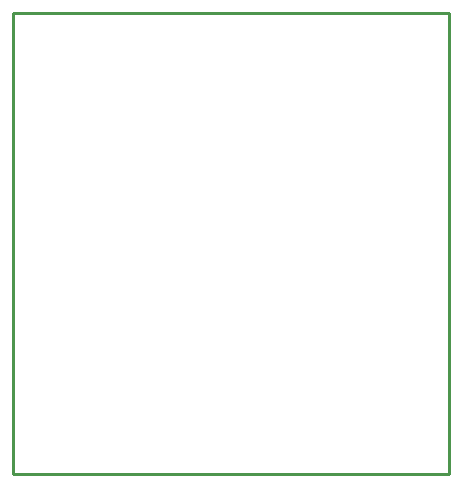
<source format=gm1>
%FSTAX25Y25*%
%MOIN*%
%SFA1B1*%

%IPPOS*%
%ADD29C,0.010000*%
%LNsocket_39x37-1*%
%LPD*%
G54D29*
X009843Y025591D02*
X024409D01*
Y010236D02*
Y025591D01*
X009843Y010236D02*
X024409D01*
X009843D02*
Y025591D01*
M02*
</source>
